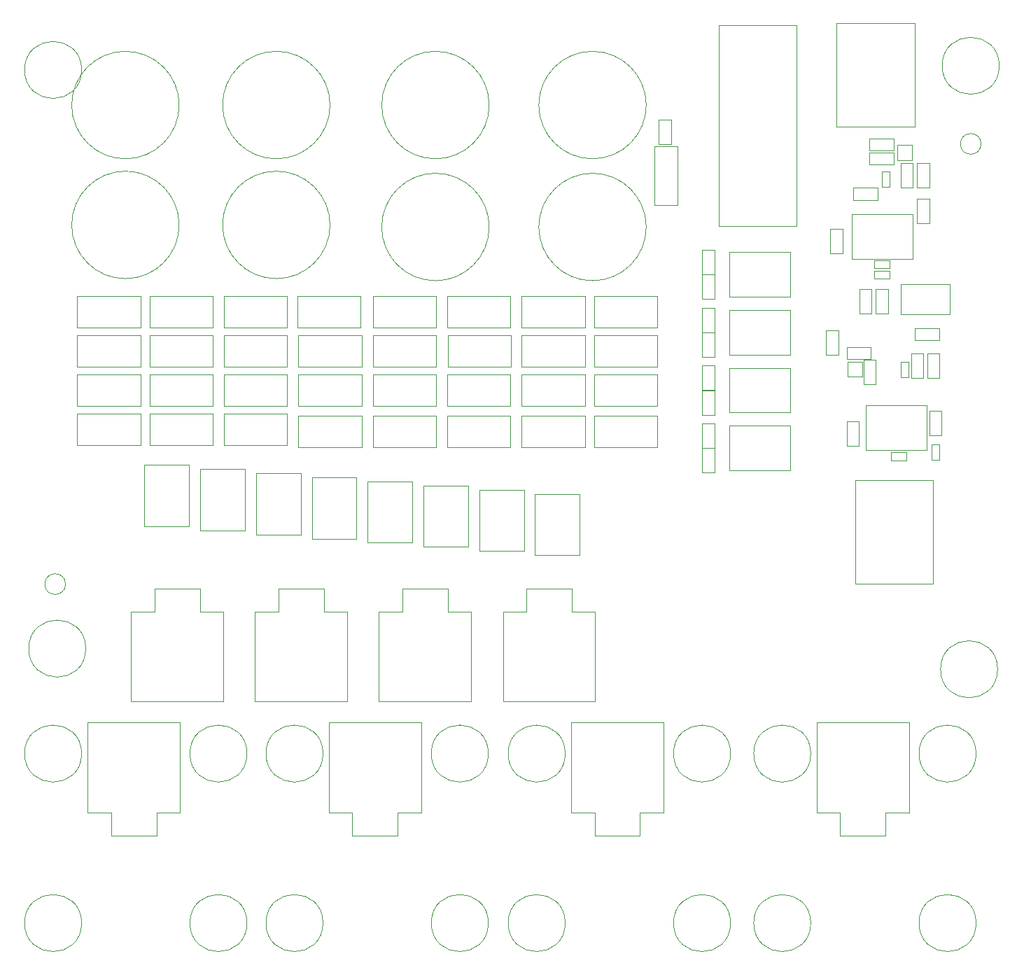
<source format=gbr>
G04 #@! TF.GenerationSoftware,KiCad,Pcbnew,5.1.3-ffb9f22~84~ubuntu18.04.1*
G04 #@! TF.CreationDate,2019-08-08T14:17:25+02:00*
G04 #@! TF.ProjectId,HiveCam,48697665-4361-46d2-9e6b-696361645f70,rev?*
G04 #@! TF.SameCoordinates,Original*
G04 #@! TF.FileFunction,Other,User*
%FSLAX46Y46*%
G04 Gerber Fmt 4.6, Leading zero omitted, Abs format (unit mm)*
G04 Created by KiCad (PCBNEW 5.1.3-ffb9f22~84~ubuntu18.04.1) date 2019-08-08 14:17:25*
%MOMM*%
%LPD*%
G04 APERTURE LIST*
%ADD10C,0.050000*%
G04 APERTURE END LIST*
D10*
X132248000Y-31315000D02*
G75*
G03X132248000Y-31315000I-1250000J0D01*
G01*
X21498000Y-84565000D02*
G75*
G03X21498000Y-84565000I-1250000J0D01*
G01*
X111648000Y-105065000D02*
G75*
G03X111648000Y-105065000I-3450000J0D01*
G01*
X115198000Y-112205000D02*
X112368000Y-112205000D01*
X115198000Y-114965000D02*
X115198000Y-112205000D01*
X120698000Y-114965000D02*
X115198000Y-114965000D01*
X120698000Y-112205000D02*
X120698000Y-114965000D01*
X123528000Y-112205000D02*
X120698000Y-112205000D01*
X123528000Y-101295000D02*
X123528000Y-112205000D01*
X112368000Y-101295000D02*
X123528000Y-101295000D01*
X112368000Y-112205000D02*
X112368000Y-101295000D01*
X131648000Y-125565000D02*
G75*
G03X131648000Y-125565000I-3450000J0D01*
G01*
X111648000Y-125565000D02*
G75*
G03X111648000Y-125565000I-3450000J0D01*
G01*
X131648000Y-105065000D02*
G75*
G03X131648000Y-105065000I-3450000J0D01*
G01*
X81948000Y-105065000D02*
G75*
G03X81948000Y-105065000I-3450000J0D01*
G01*
X85498000Y-112205000D02*
X82668000Y-112205000D01*
X85498000Y-114965000D02*
X85498000Y-112205000D01*
X90998000Y-114965000D02*
X85498000Y-114965000D01*
X90998000Y-112205000D02*
X90998000Y-114965000D01*
X93828000Y-112205000D02*
X90998000Y-112205000D01*
X93828000Y-101295000D02*
X93828000Y-112205000D01*
X82668000Y-101295000D02*
X93828000Y-101295000D01*
X82668000Y-112205000D02*
X82668000Y-101295000D01*
X101948000Y-125565000D02*
G75*
G03X101948000Y-125565000I-3450000J0D01*
G01*
X81948000Y-125565000D02*
G75*
G03X81948000Y-125565000I-3450000J0D01*
G01*
X101948000Y-105065000D02*
G75*
G03X101948000Y-105065000I-3450000J0D01*
G01*
X52648000Y-105065000D02*
G75*
G03X52648000Y-105065000I-3450000J0D01*
G01*
X56198000Y-112205000D02*
X53368000Y-112205000D01*
X56198000Y-114965000D02*
X56198000Y-112205000D01*
X61698000Y-114965000D02*
X56198000Y-114965000D01*
X61698000Y-112205000D02*
X61698000Y-114965000D01*
X64528000Y-112205000D02*
X61698000Y-112205000D01*
X64528000Y-101295000D02*
X64528000Y-112205000D01*
X53368000Y-101295000D02*
X64528000Y-101295000D01*
X53368000Y-112205000D02*
X53368000Y-101295000D01*
X72648000Y-125565000D02*
G75*
G03X72648000Y-125565000I-3450000J0D01*
G01*
X52648000Y-125565000D02*
G75*
G03X52648000Y-125565000I-3450000J0D01*
G01*
X72648000Y-105065000D02*
G75*
G03X72648000Y-105065000I-3450000J0D01*
G01*
X43448000Y-105065000D02*
G75*
G03X43448000Y-105065000I-3450000J0D01*
G01*
X43448000Y-125565000D02*
G75*
G03X43448000Y-125565000I-3450000J0D01*
G01*
X23448000Y-125565000D02*
G75*
G03X23448000Y-125565000I-3450000J0D01*
G01*
X23448000Y-105065000D02*
G75*
G03X23448000Y-105065000I-3450000J0D01*
G01*
X134248000Y-94865000D02*
G75*
G03X134248000Y-94865000I-3450000J0D01*
G01*
X134448000Y-21865000D02*
G75*
G03X134448000Y-21865000I-3450000J0D01*
G01*
X23448000Y-22365000D02*
G75*
G03X23448000Y-22365000I-3450000J0D01*
G01*
X23948000Y-92365000D02*
G75*
G03X23948000Y-92365000I-3450000J0D01*
G01*
X24168000Y-112205000D02*
X24168000Y-101295000D01*
X24168000Y-101295000D02*
X35328000Y-101295000D01*
X35328000Y-101295000D02*
X35328000Y-112205000D01*
X35328000Y-112205000D02*
X32498000Y-112205000D01*
X32498000Y-112205000D02*
X32498000Y-114965000D01*
X32498000Y-114965000D02*
X26998000Y-114965000D01*
X26998000Y-114965000D02*
X26998000Y-112205000D01*
X26998000Y-112205000D02*
X24168000Y-112205000D01*
X58678000Y-64195000D02*
X66318000Y-64195000D01*
X58678000Y-68035000D02*
X58678000Y-64195000D01*
X66318000Y-68035000D02*
X58678000Y-68035000D01*
X66318000Y-64195000D02*
X66318000Y-68035000D01*
X85578000Y-87875000D02*
X85578000Y-98785000D01*
X85578000Y-98785000D02*
X74418000Y-98785000D01*
X74418000Y-98785000D02*
X74418000Y-87875000D01*
X74418000Y-87875000D02*
X77248000Y-87875000D01*
X77248000Y-87875000D02*
X77248000Y-85115000D01*
X77248000Y-85115000D02*
X82748000Y-85115000D01*
X82748000Y-85115000D02*
X82748000Y-87875000D01*
X82748000Y-87875000D02*
X85578000Y-87875000D01*
X70578000Y-87875000D02*
X70578000Y-98785000D01*
X70578000Y-98785000D02*
X59418000Y-98785000D01*
X59418000Y-98785000D02*
X59418000Y-87875000D01*
X59418000Y-87875000D02*
X62248000Y-87875000D01*
X62248000Y-87875000D02*
X62248000Y-85115000D01*
X62248000Y-85115000D02*
X67748000Y-85115000D01*
X67748000Y-85115000D02*
X67748000Y-87875000D01*
X67748000Y-87875000D02*
X70578000Y-87875000D01*
X55578000Y-87875000D02*
X55578000Y-98785000D01*
X55578000Y-98785000D02*
X44418000Y-98785000D01*
X44418000Y-98785000D02*
X44418000Y-87875000D01*
X44418000Y-87875000D02*
X47248000Y-87875000D01*
X47248000Y-87875000D02*
X47248000Y-85115000D01*
X47248000Y-85115000D02*
X52748000Y-85115000D01*
X52748000Y-85115000D02*
X52748000Y-87875000D01*
X52748000Y-87875000D02*
X55578000Y-87875000D01*
X37748000Y-87875000D02*
X40578000Y-87875000D01*
X37748000Y-85115000D02*
X37748000Y-87875000D01*
X32248000Y-85115000D02*
X37748000Y-85115000D01*
X32248000Y-87875000D02*
X32248000Y-85115000D01*
X29418000Y-87875000D02*
X32248000Y-87875000D01*
X29418000Y-98785000D02*
X29418000Y-87875000D01*
X40578000Y-98785000D02*
X29418000Y-98785000D01*
X40578000Y-87875000D02*
X40578000Y-98785000D01*
X126468000Y-72015000D02*
X117028000Y-72015000D01*
X117028000Y-72015000D02*
X117028000Y-84495000D01*
X117028000Y-84495000D02*
X126468000Y-84495000D01*
X126468000Y-84495000D02*
X126468000Y-72015000D01*
X98518000Y-71095000D02*
X98518000Y-68135000D01*
X99978000Y-71095000D02*
X98518000Y-71095000D01*
X99978000Y-68135000D02*
X99978000Y-71095000D01*
X98518000Y-68135000D02*
X99978000Y-68135000D01*
X114778000Y-16735000D02*
X114778000Y-29215000D01*
X124218000Y-16735000D02*
X114778000Y-16735000D01*
X124218000Y-29215000D02*
X124218000Y-16735000D01*
X114778000Y-29215000D02*
X124218000Y-29215000D01*
X101798000Y-63815000D02*
X109198000Y-63815000D01*
X101798000Y-58415000D02*
X101798000Y-63815000D01*
X109198000Y-58415000D02*
X101798000Y-58415000D01*
X109198000Y-63815000D02*
X109198000Y-58415000D01*
X101798000Y-70815000D02*
X109198000Y-70815000D01*
X101798000Y-65415000D02*
X101798000Y-70815000D01*
X109198000Y-65415000D02*
X101798000Y-65415000D01*
X109198000Y-70815000D02*
X109198000Y-65415000D01*
X101798000Y-56815000D02*
X109198000Y-56815000D01*
X101798000Y-51415000D02*
X101798000Y-56815000D01*
X109198000Y-51415000D02*
X101798000Y-51415000D01*
X109198000Y-56815000D02*
X109198000Y-51415000D01*
X99978000Y-58135000D02*
X99978000Y-61095000D01*
X98518000Y-58135000D02*
X99978000Y-58135000D01*
X98518000Y-61095000D02*
X98518000Y-58135000D01*
X99978000Y-61095000D02*
X98518000Y-61095000D01*
X99978000Y-65135000D02*
X99978000Y-68095000D01*
X98518000Y-65135000D02*
X99978000Y-65135000D01*
X98518000Y-68095000D02*
X98518000Y-65135000D01*
X99978000Y-68095000D02*
X98518000Y-68095000D01*
X40678000Y-49695000D02*
X48318000Y-49695000D01*
X40678000Y-53535000D02*
X40678000Y-49695000D01*
X48318000Y-53535000D02*
X40678000Y-53535000D01*
X48318000Y-49695000D02*
X48318000Y-53535000D01*
X22928000Y-49695000D02*
X30568000Y-49695000D01*
X22928000Y-53535000D02*
X22928000Y-49695000D01*
X30568000Y-53535000D02*
X22928000Y-53535000D01*
X30568000Y-49695000D02*
X30568000Y-53535000D01*
X40678000Y-54445000D02*
X48318000Y-54445000D01*
X40678000Y-58285000D02*
X40678000Y-54445000D01*
X48318000Y-58285000D02*
X40678000Y-58285000D01*
X48318000Y-54445000D02*
X48318000Y-58285000D01*
X22928000Y-54445000D02*
X30568000Y-54445000D01*
X22928000Y-58285000D02*
X22928000Y-54445000D01*
X30568000Y-58285000D02*
X22928000Y-58285000D01*
X30568000Y-54445000D02*
X30568000Y-58285000D01*
X40678000Y-59195000D02*
X48318000Y-59195000D01*
X40678000Y-63035000D02*
X40678000Y-59195000D01*
X48318000Y-63035000D02*
X40678000Y-63035000D01*
X48318000Y-59195000D02*
X48318000Y-63035000D01*
X22928000Y-59195000D02*
X30568000Y-59195000D01*
X22928000Y-63035000D02*
X22928000Y-59195000D01*
X30568000Y-63035000D02*
X22928000Y-63035000D01*
X30568000Y-59195000D02*
X30568000Y-63035000D01*
X40678000Y-63945000D02*
X48318000Y-63945000D01*
X40678000Y-67785000D02*
X40678000Y-63945000D01*
X48318000Y-67785000D02*
X40678000Y-67785000D01*
X48318000Y-63945000D02*
X48318000Y-67785000D01*
X22928000Y-63945000D02*
X30568000Y-63945000D01*
X22928000Y-67785000D02*
X22928000Y-63945000D01*
X30568000Y-67785000D02*
X22928000Y-67785000D01*
X30568000Y-63945000D02*
X30568000Y-67785000D01*
X98518000Y-64095000D02*
X98518000Y-61135000D01*
X99978000Y-64095000D02*
X98518000Y-64095000D01*
X99978000Y-61135000D02*
X99978000Y-64095000D01*
X98518000Y-61135000D02*
X99978000Y-61135000D01*
X57318000Y-68035000D02*
X49678000Y-68035000D01*
X57318000Y-64195000D02*
X57318000Y-68035000D01*
X49678000Y-64195000D02*
X57318000Y-64195000D01*
X49678000Y-68035000D02*
X49678000Y-64195000D01*
X39318000Y-67785000D02*
X31678000Y-67785000D01*
X39318000Y-63945000D02*
X39318000Y-67785000D01*
X31678000Y-63945000D02*
X39318000Y-63945000D01*
X31678000Y-67785000D02*
X31678000Y-63945000D01*
X57318000Y-63035000D02*
X49678000Y-63035000D01*
X57318000Y-59195000D02*
X57318000Y-63035000D01*
X49678000Y-59195000D02*
X57318000Y-59195000D01*
X49678000Y-63035000D02*
X49678000Y-59195000D01*
X39318000Y-63035000D02*
X31678000Y-63035000D01*
X39318000Y-59195000D02*
X39318000Y-63035000D01*
X31678000Y-59195000D02*
X39318000Y-59195000D01*
X31678000Y-63035000D02*
X31678000Y-59195000D01*
X57318000Y-58285000D02*
X49678000Y-58285000D01*
X57318000Y-54445000D02*
X57318000Y-58285000D01*
X49678000Y-54445000D02*
X57318000Y-54445000D01*
X49678000Y-58285000D02*
X49678000Y-54445000D01*
X39318000Y-58285000D02*
X31678000Y-58285000D01*
X39318000Y-54445000D02*
X39318000Y-58285000D01*
X31678000Y-54445000D02*
X39318000Y-54445000D01*
X31678000Y-58285000D02*
X31678000Y-54445000D01*
X57168000Y-53535000D02*
X49528000Y-53535000D01*
X57168000Y-49695000D02*
X57168000Y-53535000D01*
X49528000Y-49695000D02*
X57168000Y-49695000D01*
X49528000Y-53535000D02*
X49528000Y-49695000D01*
X39318000Y-53535000D02*
X31678000Y-53535000D01*
X39318000Y-49695000D02*
X39318000Y-53535000D01*
X31678000Y-49695000D02*
X39318000Y-49695000D01*
X31678000Y-53535000D02*
X31678000Y-49695000D01*
X99978000Y-51135000D02*
X99978000Y-54095000D01*
X98518000Y-51135000D02*
X99978000Y-51135000D01*
X98518000Y-54095000D02*
X98518000Y-51135000D01*
X99978000Y-54095000D02*
X98518000Y-54095000D01*
X58678000Y-49695000D02*
X66318000Y-49695000D01*
X58678000Y-53535000D02*
X58678000Y-49695000D01*
X66318000Y-53535000D02*
X58678000Y-53535000D01*
X66318000Y-49695000D02*
X66318000Y-53535000D01*
X58678000Y-54445000D02*
X66318000Y-54445000D01*
X58678000Y-58285000D02*
X58678000Y-54445000D01*
X66318000Y-58285000D02*
X58678000Y-58285000D01*
X66318000Y-54445000D02*
X66318000Y-58285000D01*
X58678000Y-59195000D02*
X66318000Y-59195000D01*
X58678000Y-63035000D02*
X58678000Y-59195000D01*
X66318000Y-63035000D02*
X58678000Y-63035000D01*
X66318000Y-59195000D02*
X66318000Y-63035000D01*
X98518000Y-57095000D02*
X98518000Y-54135000D01*
X99978000Y-57095000D02*
X98518000Y-57095000D01*
X99978000Y-54135000D02*
X99978000Y-57095000D01*
X98518000Y-54135000D02*
X99978000Y-54135000D01*
X75318000Y-68035000D02*
X67678000Y-68035000D01*
X75318000Y-64195000D02*
X75318000Y-68035000D01*
X67678000Y-64195000D02*
X75318000Y-64195000D01*
X67678000Y-68035000D02*
X67678000Y-64195000D01*
X75318000Y-63035000D02*
X67678000Y-63035000D01*
X75318000Y-59195000D02*
X75318000Y-63035000D01*
X67678000Y-59195000D02*
X75318000Y-59195000D01*
X67678000Y-63035000D02*
X67678000Y-59195000D01*
X75418000Y-58285000D02*
X67778000Y-58285000D01*
X75418000Y-54445000D02*
X75418000Y-58285000D01*
X67778000Y-54445000D02*
X75418000Y-54445000D01*
X67778000Y-58285000D02*
X67778000Y-54445000D01*
X75318000Y-53535000D02*
X67678000Y-53535000D01*
X75318000Y-49695000D02*
X75318000Y-53535000D01*
X67678000Y-49695000D02*
X75318000Y-49695000D01*
X67678000Y-53535000D02*
X67678000Y-49695000D01*
X114978000Y-53885000D02*
X114978000Y-56845000D01*
X113518000Y-53885000D02*
X114978000Y-53885000D01*
X113518000Y-56845000D02*
X113518000Y-53885000D01*
X114978000Y-56845000D02*
X113518000Y-56845000D01*
X63448000Y-79565000D02*
X63448000Y-72165000D01*
X58048000Y-79565000D02*
X63448000Y-79565000D01*
X58048000Y-72165000D02*
X58048000Y-79565000D01*
X63448000Y-72165000D02*
X58048000Y-72165000D01*
X76948000Y-80565000D02*
X76948000Y-73165000D01*
X71548000Y-80565000D02*
X76948000Y-80565000D01*
X71548000Y-73165000D02*
X71548000Y-80565000D01*
X76948000Y-73165000D02*
X71548000Y-73165000D01*
X70198000Y-80065000D02*
X70198000Y-72665000D01*
X64798000Y-80065000D02*
X70198000Y-80065000D01*
X64798000Y-72665000D02*
X64798000Y-80065000D01*
X70198000Y-72665000D02*
X64798000Y-72665000D01*
X83698000Y-81065000D02*
X83698000Y-73665000D01*
X78298000Y-81065000D02*
X83698000Y-81065000D01*
X78298000Y-73665000D02*
X78298000Y-81065000D01*
X83698000Y-73665000D02*
X78298000Y-73665000D01*
X49948000Y-78565000D02*
X49948000Y-71165000D01*
X44548000Y-78565000D02*
X49948000Y-78565000D01*
X44548000Y-71165000D02*
X44548000Y-78565000D01*
X49948000Y-71165000D02*
X44548000Y-71165000D01*
X56698000Y-79065000D02*
X56698000Y-71665000D01*
X51298000Y-79065000D02*
X56698000Y-79065000D01*
X51298000Y-71665000D02*
X51298000Y-79065000D01*
X56698000Y-71665000D02*
X51298000Y-71665000D01*
X53498000Y-41115000D02*
G75*
G03X53498000Y-41115000I-6500000J0D01*
G01*
X35248000Y-26615000D02*
G75*
G03X35248000Y-26615000I-6500000J0D01*
G01*
X53498000Y-26615000D02*
G75*
G03X53498000Y-26615000I-6500000J0D01*
G01*
X35248000Y-41115000D02*
G75*
G03X35248000Y-41115000I-6500000J0D01*
G01*
X72748000Y-41365000D02*
G75*
G03X72748000Y-41365000I-6500000J0D01*
G01*
X72748000Y-26615000D02*
G75*
G03X72748000Y-26615000I-6500000J0D01*
G01*
X114018000Y-44595000D02*
X114018000Y-41635000D01*
X115478000Y-44595000D02*
X114018000Y-44595000D01*
X115478000Y-41635000D02*
X115478000Y-44595000D01*
X114018000Y-41635000D02*
X115478000Y-41635000D01*
X109928000Y-16965000D02*
X100568000Y-16965000D01*
X109928000Y-41215000D02*
X109928000Y-16965000D01*
X100568000Y-41215000D02*
X109928000Y-41215000D01*
X100568000Y-16965000D02*
X100568000Y-41215000D01*
X125698000Y-62915000D02*
X118298000Y-62915000D01*
X125698000Y-68315000D02*
X125698000Y-62915000D01*
X118298000Y-68315000D02*
X125698000Y-68315000D01*
X118298000Y-62915000D02*
X118298000Y-68315000D01*
X122548000Y-51915000D02*
X128448000Y-51915000D01*
X122548000Y-48315000D02*
X128448000Y-48315000D01*
X128448000Y-48315000D02*
X128448000Y-51915000D01*
X122548000Y-48315000D02*
X122548000Y-51915000D01*
X123973000Y-39800000D02*
X116573000Y-39800000D01*
X123973000Y-45200000D02*
X123973000Y-39800000D01*
X116573000Y-45200000D02*
X123973000Y-45200000D01*
X116573000Y-39800000D02*
X116573000Y-45200000D01*
X101798000Y-49815000D02*
X109198000Y-49815000D01*
X101798000Y-44415000D02*
X101798000Y-49815000D01*
X109198000Y-44415000D02*
X101798000Y-44415000D01*
X109198000Y-49815000D02*
X109198000Y-44415000D01*
X126018000Y-66595000D02*
X126018000Y-63635000D01*
X127478000Y-66595000D02*
X126018000Y-66595000D01*
X127478000Y-63635000D02*
X127478000Y-66595000D01*
X126018000Y-63635000D02*
X127478000Y-63635000D01*
X116018000Y-67845000D02*
X116018000Y-64885000D01*
X117478000Y-67845000D02*
X116018000Y-67845000D01*
X117478000Y-64885000D02*
X117478000Y-67845000D01*
X116018000Y-64885000D02*
X117478000Y-64885000D01*
X123768000Y-59595000D02*
X123768000Y-56635000D01*
X125228000Y-59595000D02*
X123768000Y-59595000D01*
X125228000Y-56635000D02*
X125228000Y-59595000D01*
X123768000Y-56635000D02*
X125228000Y-56635000D01*
X127228000Y-55095000D02*
X124268000Y-55095000D01*
X127228000Y-53635000D02*
X127228000Y-55095000D01*
X124268000Y-53635000D02*
X127228000Y-53635000D01*
X124268000Y-55095000D02*
X124268000Y-53635000D01*
X118018000Y-60382500D02*
X118018000Y-57422500D01*
X119478000Y-60382500D02*
X118018000Y-60382500D01*
X119478000Y-57422500D02*
X119478000Y-60382500D01*
X118018000Y-57422500D02*
X119478000Y-57422500D01*
X115980500Y-55885000D02*
X118940500Y-55885000D01*
X115980500Y-57345000D02*
X115980500Y-55885000D01*
X118940500Y-57345000D02*
X115980500Y-57345000D01*
X118940500Y-55885000D02*
X118940500Y-57345000D01*
X124518000Y-40882500D02*
X124518000Y-37922500D01*
X125978000Y-40882500D02*
X124518000Y-40882500D01*
X125978000Y-37922500D02*
X125978000Y-40882500D01*
X124518000Y-37922500D02*
X125978000Y-37922500D01*
X118978000Y-48885000D02*
X118978000Y-51845000D01*
X117518000Y-48885000D02*
X118978000Y-48885000D01*
X117518000Y-51845000D02*
X117518000Y-48885000D01*
X118978000Y-51845000D02*
X117518000Y-51845000D01*
X122518000Y-36632500D02*
X122518000Y-33672500D01*
X123978000Y-36632500D02*
X122518000Y-36632500D01*
X123978000Y-33672500D02*
X123978000Y-36632500D01*
X122518000Y-33672500D02*
X123978000Y-33672500D01*
X120978000Y-48885000D02*
X120978000Y-51845000D01*
X119518000Y-48885000D02*
X120978000Y-48885000D01*
X119518000Y-51845000D02*
X119518000Y-48885000D01*
X120978000Y-51845000D02*
X119518000Y-51845000D01*
X121728000Y-33845000D02*
X118768000Y-33845000D01*
X121728000Y-32385000D02*
X121728000Y-33845000D01*
X118768000Y-32385000D02*
X121728000Y-32385000D01*
X118768000Y-33845000D02*
X118768000Y-32385000D01*
X116768000Y-36635000D02*
X119728000Y-36635000D01*
X116768000Y-38095000D02*
X116768000Y-36635000D01*
X119728000Y-38095000D02*
X116768000Y-38095000D01*
X119728000Y-36635000D02*
X119728000Y-38095000D01*
X118768000Y-30635000D02*
X121728000Y-30635000D01*
X118768000Y-32095000D02*
X118768000Y-30635000D01*
X121728000Y-32095000D02*
X118768000Y-32095000D01*
X121728000Y-30635000D02*
X121728000Y-32095000D01*
X99978000Y-44172500D02*
X99978000Y-47132500D01*
X98518000Y-44172500D02*
X99978000Y-44172500D01*
X98518000Y-47132500D02*
X98518000Y-44172500D01*
X99978000Y-47132500D02*
X98518000Y-47132500D01*
X76678000Y-54445000D02*
X84318000Y-54445000D01*
X76678000Y-58285000D02*
X76678000Y-54445000D01*
X84318000Y-58285000D02*
X76678000Y-58285000D01*
X84318000Y-54445000D02*
X84318000Y-58285000D01*
X76678000Y-49695000D02*
X84318000Y-49695000D01*
X76678000Y-53535000D02*
X76678000Y-49695000D01*
X84318000Y-53535000D02*
X76678000Y-53535000D01*
X84318000Y-49695000D02*
X84318000Y-53535000D01*
X76678000Y-64195000D02*
X84318000Y-64195000D01*
X76678000Y-68035000D02*
X76678000Y-64195000D01*
X84318000Y-68035000D02*
X76678000Y-68035000D01*
X84318000Y-64195000D02*
X84318000Y-68035000D01*
X76678000Y-59195000D02*
X84318000Y-59195000D01*
X76678000Y-63035000D02*
X76678000Y-59195000D01*
X84318000Y-63035000D02*
X76678000Y-63035000D01*
X84318000Y-59195000D02*
X84318000Y-63035000D01*
X98518000Y-50095000D02*
X98518000Y-47135000D01*
X99978000Y-50095000D02*
X98518000Y-50095000D01*
X99978000Y-47135000D02*
X99978000Y-50095000D01*
X98518000Y-47135000D02*
X99978000Y-47135000D01*
X93068000Y-68035000D02*
X85428000Y-68035000D01*
X93068000Y-64195000D02*
X93068000Y-68035000D01*
X85428000Y-64195000D02*
X93068000Y-64195000D01*
X85428000Y-68035000D02*
X85428000Y-64195000D01*
X93068000Y-53535000D02*
X85428000Y-53535000D01*
X93068000Y-49695000D02*
X93068000Y-53535000D01*
X85428000Y-49695000D02*
X93068000Y-49695000D01*
X85428000Y-53535000D02*
X85428000Y-49695000D01*
X93068000Y-58285000D02*
X85428000Y-58285000D01*
X93068000Y-54445000D02*
X93068000Y-58285000D01*
X85428000Y-54445000D02*
X93068000Y-54445000D01*
X85428000Y-58285000D02*
X85428000Y-54445000D01*
X93068000Y-63035000D02*
X85428000Y-63035000D01*
X93068000Y-59195000D02*
X93068000Y-63035000D01*
X85428000Y-59195000D02*
X93068000Y-59195000D01*
X85428000Y-63035000D02*
X85428000Y-59195000D01*
X117898000Y-57640000D02*
X117898000Y-57640000D01*
X116098000Y-57640000D02*
X117898000Y-57640000D01*
X116098000Y-59440000D02*
X116098000Y-57640000D01*
X117898000Y-59440000D02*
X116098000Y-59440000D01*
X117898000Y-57640000D02*
X117898000Y-59440000D01*
X122098000Y-31465000D02*
X122098000Y-31465000D01*
X122098000Y-33265000D02*
X122098000Y-31465000D01*
X123898000Y-33265000D02*
X122098000Y-33265000D01*
X123898000Y-31465000D02*
X123898000Y-33265000D01*
X122098000Y-31465000D02*
X123898000Y-31465000D01*
X36448000Y-77565000D02*
X36448000Y-70165000D01*
X31048000Y-77565000D02*
X36448000Y-77565000D01*
X31048000Y-70165000D02*
X31048000Y-77565000D01*
X36448000Y-70165000D02*
X31048000Y-70165000D01*
X43198000Y-78065000D02*
X43198000Y-70665000D01*
X37798000Y-78065000D02*
X43198000Y-78065000D01*
X37798000Y-70665000D02*
X37798000Y-78065000D01*
X43198000Y-70665000D02*
X37798000Y-70665000D01*
X127228000Y-56635000D02*
X127228000Y-59595000D01*
X125768000Y-56635000D02*
X127228000Y-56635000D01*
X125768000Y-59595000D02*
X125768000Y-56635000D01*
X127228000Y-59595000D02*
X125768000Y-59595000D01*
X125978000Y-33635000D02*
X125978000Y-36595000D01*
X124518000Y-33635000D02*
X125978000Y-33635000D01*
X124518000Y-36595000D02*
X124518000Y-33635000D01*
X125978000Y-36595000D02*
X124518000Y-36595000D01*
X126278000Y-69545000D02*
X126278000Y-67685000D01*
X127218000Y-69545000D02*
X126278000Y-69545000D01*
X127218000Y-67685000D02*
X127218000Y-69545000D01*
X126278000Y-67685000D02*
X127218000Y-67685000D01*
X121318000Y-68645000D02*
X123178000Y-68645000D01*
X121318000Y-69585000D02*
X121318000Y-68645000D01*
X123178000Y-69585000D02*
X121318000Y-69585000D01*
X123178000Y-68645000D02*
X123178000Y-69585000D01*
X123468000Y-57685000D02*
X123468000Y-59545000D01*
X122528000Y-57685000D02*
X123468000Y-57685000D01*
X122528000Y-59545000D02*
X122528000Y-57685000D01*
X123468000Y-59545000D02*
X122528000Y-59545000D01*
X119318000Y-46645000D02*
X121178000Y-46645000D01*
X119318000Y-47585000D02*
X119318000Y-46645000D01*
X121178000Y-47585000D02*
X119318000Y-47585000D01*
X121178000Y-46645000D02*
X121178000Y-47585000D01*
X121218000Y-34685000D02*
X121218000Y-36545000D01*
X120278000Y-34685000D02*
X121218000Y-34685000D01*
X120278000Y-36545000D02*
X120278000Y-34685000D01*
X121218000Y-36545000D02*
X120278000Y-36545000D01*
X91748000Y-41365000D02*
G75*
G03X91748000Y-41365000I-6500000J0D01*
G01*
X91748000Y-26615000D02*
G75*
G03X91748000Y-26615000I-6500000J0D01*
G01*
X119318000Y-45395000D02*
X121178000Y-45395000D01*
X119318000Y-46335000D02*
X119318000Y-45395000D01*
X121178000Y-46335000D02*
X119318000Y-46335000D01*
X121178000Y-45395000D02*
X121178000Y-46335000D01*
X95518000Y-31615000D02*
X92718000Y-31615000D01*
X92718000Y-31615000D02*
X92718000Y-38695000D01*
X92718000Y-38695000D02*
X95518000Y-38695000D01*
X95518000Y-38695000D02*
X95518000Y-31615000D01*
X93268000Y-28385000D02*
X94728000Y-28385000D01*
X94728000Y-28385000D02*
X94728000Y-31345000D01*
X94728000Y-31345000D02*
X93268000Y-31345000D01*
X93268000Y-31345000D02*
X93268000Y-28385000D01*
M02*

</source>
